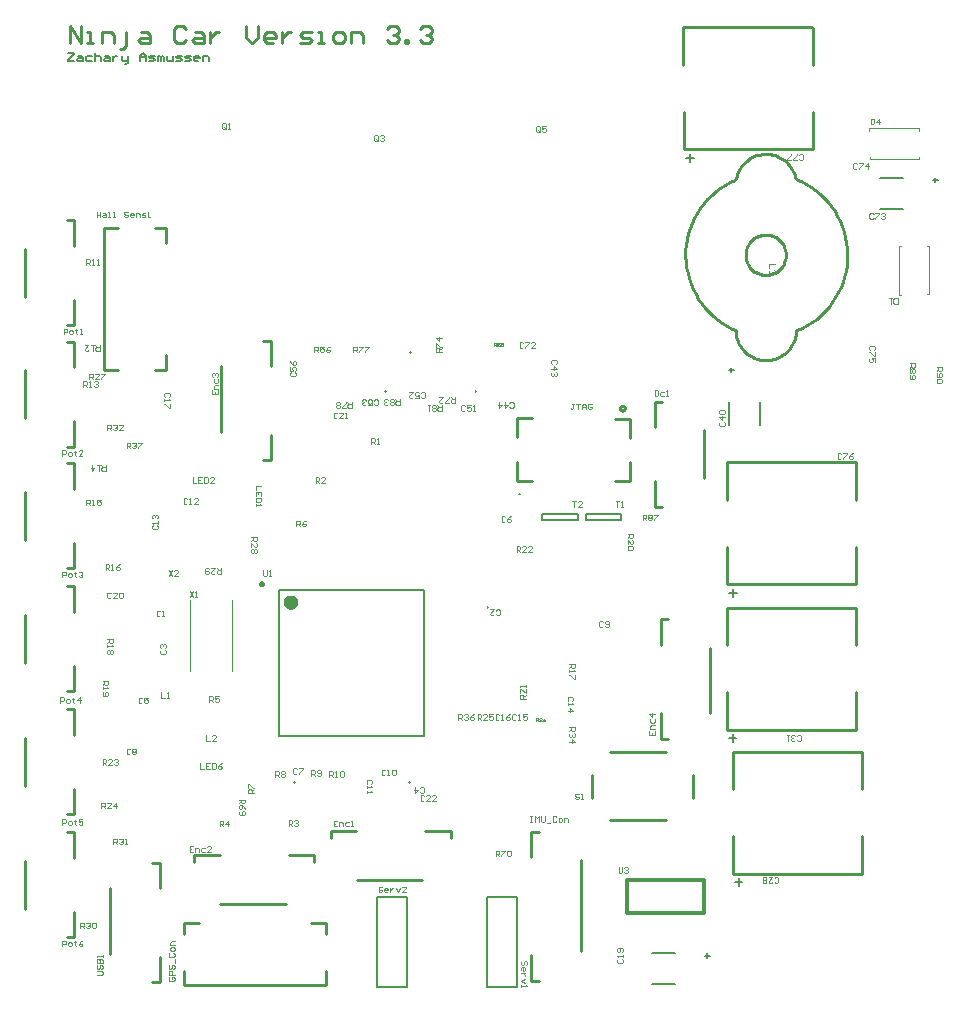
<source format=gto>
%FSTAX23Y23*%
%MOIN*%
%SFA1B1*%

%IPPOS*%
%ADD35C,0.011810*%
%ADD36C,0.009840*%
%ADD69C,0.007870*%
%ADD76C,0.010000*%
%ADD77C,0.023620*%
%ADD78C,0.005910*%
%ADD79C,0.003940*%
%ADD80C,0.001180*%
%ADD81C,0.005000*%
%LNninja_ecu_pcb-1*%
%LPD*%
G54D35*
X02284Y00255D02*
Y00367D01*
X02028Y00255D02*
X02284D01*
X02028D02*
Y00367D01*
X02284*
G54D36*
X00815Y01353D02*
D01*
X00815Y01354*
X00815Y01354*
X00815Y01354*
X00815Y01355*
X00815Y01355*
X00815Y01355*
X00815Y01356*
X00814Y01356*
X00814Y01356*
X00814Y01356*
X00814Y01357*
X00814Y01357*
X00813Y01357*
X00813Y01357*
X00813Y01358*
X00812Y01358*
X00812Y01358*
X00812Y01358*
X00811Y01358*
X00811Y01358*
X00811Y01358*
X0081Y01358*
X0081*
X0081Y01358*
X00809Y01358*
X00809Y01358*
X00809Y01358*
X00808Y01358*
X00808Y01358*
X00808Y01358*
X00808Y01357*
X00807Y01357*
X00807Y01357*
X00807Y01357*
X00807Y01356*
X00806Y01356*
X00806Y01356*
X00806Y01356*
X00806Y01355*
X00806Y01355*
X00806Y01355*
X00805Y01354*
X00805Y01354*
X00805Y01354*
X00805Y01353*
X00805Y01353*
X00805Y01353*
X00805Y01352*
X00806Y01352*
X00806Y01352*
X00806Y01351*
X00806Y01351*
X00806Y01351*
X00806Y0135*
X00807Y0135*
X00807Y0135*
X00807Y0135*
X00807Y01349*
X00808Y01349*
X00808Y01349*
X00808Y01349*
X00808Y01349*
X00809Y01349*
X00809Y01349*
X00809Y01348*
X0081Y01348*
X0081Y01348*
X0081*
X00811Y01348*
X00811Y01348*
X00811Y01349*
X00812Y01349*
X00812Y01349*
X00812Y01349*
X00813Y01349*
X00813Y01349*
X00813Y01349*
X00814Y0135*
X00814Y0135*
X00814Y0135*
X00814Y0135*
X00814Y01351*
X00815Y01351*
X00815Y01351*
X00815Y01352*
X00815Y01352*
X00815Y01352*
X00815Y01353*
X00815Y01353*
X00815Y01353*
G54D69*
X02368Y01881D02*
Y01959D01*
X02471Y01881D02*
Y01959D01*
X02871Y02706D02*
X02949D01*
X02871Y02603D02*
X02949D01*
X0156Y0001D02*
X0166D01*
X0156D02*
Y0031D01*
X0166*
Y0001D02*
Y0031D01*
X01196Y0001D02*
X01296D01*
X01196D02*
Y0031D01*
X01296*
Y0001D02*
Y0031D01*
X02111Y00018D02*
X02189D01*
X02111Y00121D02*
X02189D01*
X01891Y01565D02*
Y01585D01*
X02009Y01565D02*
Y01585D01*
X01891Y01565D02*
X02009D01*
X01891Y01585D02*
X02009D01*
X01746Y01565D02*
Y01585D01*
X01864Y01565D02*
Y01585D01*
X01746Y01565D02*
X01864D01*
X01746Y01585D02*
X01864D01*
X00867Y00847D02*
Y01332D01*
X01352Y00847D02*
Y01332D01*
X00867D02*
X01352D01*
X00867Y00847D02*
X01352D01*
G54D76*
X02595Y02199D02*
D01*
X02612Y02207*
X02629Y02216*
X02645Y02226*
X0266Y02237*
X02674Y0225*
X02688Y02263*
X027Y02277*
X02712Y02292*
X02722Y02308*
X02732Y02325*
X0274Y02342*
X02747Y02359*
X02752Y02377*
X02757Y02396*
X0276Y02415*
X02762Y02434*
X02762Y02452*
X02761Y02471*
X02759Y0249*
X02756Y02509*
X02751Y02527*
X02745Y02545*
X02738Y02563*
X02729Y0258*
X0272Y02596*
X02709Y02612*
X02697Y02627*
X02684Y0264*
X0267Y02654*
X02656Y02666*
X0264Y02677*
X02624Y02686*
X02607Y02695*
X02596Y027*
X02389D02*
D01*
X02372Y02692*
X02355Y02683*
X02339Y02673*
X02324Y02661*
X0231Y02649*
X02296Y02636*
X02284Y02621*
X02272Y02606*
X02262Y0259*
X02253Y02574*
X02245Y02556*
X02238Y02539*
X02232Y02521*
X02228Y02502*
X02225Y02483*
X02223Y02465*
X02223Y02446*
X02224Y02427*
X02226Y02408*
X0223Y02389*
X02235Y02371*
X02241Y02353*
X02248Y02335*
X02257Y02319*
X02266Y02302*
X02277Y02287*
X02289Y02272*
X02302Y02258*
X02316Y02245*
X02331Y02233*
X02346Y02222*
X02362Y02212*
X02379Y02204*
X0239Y02199*
X02391Y02198D02*
D01*
X02391Y02191*
X02392Y02184*
X02393Y02177*
X02394Y0217*
X02397Y02163*
X02399Y02157*
X02402Y02151*
X02406Y02145*
X0241Y02139*
X02414Y02133*
X02419Y02128*
X02424Y02123*
X02429Y02119*
X02435Y02115*
X02441Y02111*
X02447Y02108*
X02453Y02105*
X0246Y02103*
X02466Y02101*
X02473Y02099*
X0248Y02098*
X02487Y02098*
X02494*
X02501Y02098*
X02508Y02099*
X02515Y02101*
X02521Y02103*
X02528Y02105*
X02534Y02108*
X02541Y02111*
X02546Y02115*
X02552Y02119*
X02557Y02123*
X02562Y02128*
X02567Y02133*
X02571Y02139*
X02575Y02145*
X02579Y02151*
X02582Y02157*
X02585Y02163*
X02587Y0217*
X02588Y02177*
X0259Y02184*
X0259Y02191*
X02591Y02198*
X0259Y02702D02*
D01*
X02588Y02708*
X02587Y02715*
X02584Y02722*
X02582Y02728*
X02578Y02734*
X02575Y0274*
X02571Y02746*
X02566Y02752*
X02562Y02757*
X02557Y02761*
X02551Y02766*
X02545Y0277*
X02539Y02773*
X02533Y02777*
X02527Y02779*
X0252Y02782*
X02513Y02783*
X02507Y02785*
X025Y02786*
X02493Y02786*
X02486Y02786*
X02479Y02785*
X02472Y02784*
X02465Y02783*
X02458Y02781*
X02452Y02778*
X02446Y02775*
X02439Y02772*
X02434Y02768*
X02428Y02764*
X02423Y02759*
X02418Y02754*
X02413Y02749*
X02409Y02743*
X02405Y02738*
X02402Y02732*
X02399Y02725*
X02396Y02719*
X02394Y02712*
X02393Y02705*
X02392Y02702*
X02557Y0245D02*
D01*
X02557Y02454*
X02557Y02459*
X02556Y02464*
X02555Y02468*
X02553Y02473*
X02552Y02477*
X0255Y02481*
X02547Y02485*
X02545Y02489*
X02542Y02493*
X02539Y02496*
X02535Y02499*
X02532Y02502*
X02528Y02505*
X02524Y02508*
X0252Y0251*
X02516Y02512*
X02511Y02513*
X02507Y02515*
X02502Y02516*
X02498Y02516*
X02493Y02517*
X02488*
X02484Y02516*
X02479Y02516*
X02474Y02515*
X0247Y02513*
X02465Y02512*
X02461Y0251*
X02457Y02508*
X02453Y02505*
X02449Y02502*
X02446Y02499*
X02442Y02496*
X02439Y02493*
X02436Y02489*
X02434Y02485*
X02431Y02481*
X02429Y02477*
X02428Y02473*
X02426Y02468*
X02425Y02464*
X02424Y02459*
X02424Y02454*
X02424Y0245*
X02424Y02445*
X02424Y0244*
X02425Y02436*
X02426Y02431*
X02428Y02427*
X02429Y02422*
X02431Y02418*
X02434Y02414*
X02436Y0241*
X02439Y02407*
X02442Y02403*
X02446Y024*
X02449Y02397*
X02453Y02394*
X02457Y02392*
X02461Y0239*
X02465Y02388*
X0247Y02386*
X02474Y02385*
X02479Y02384*
X02484Y02383*
X02488Y02383*
X02493*
X02498Y02383*
X02502Y02384*
X02507Y02385*
X02511Y02386*
X02516Y02388*
X0252Y0239*
X02524Y02392*
X02528Y02394*
X02532Y02397*
X02535Y024*
X02539Y02403*
X02542Y02407*
X02545Y0241*
X02547Y02414*
X0255Y02418*
X02552Y02422*
X02553Y02427*
X02555Y02431*
X02556Y02436*
X02557Y0244*
X02557Y02445*
X02557Y0245*
X02021Y01939D02*
D01*
X02021Y01939*
X02021Y0194*
X02021Y0194*
X0202Y01941*
X0202Y01941*
X0202Y01942*
X0202Y01942*
X02019Y01943*
X02019Y01943*
X02019Y01944*
X02018Y01944*
X02018Y01945*
X02018Y01945*
X02017Y01945*
X02017Y01946*
X02016Y01946*
X02016Y01946*
X02015Y01946*
X02014Y01947*
X02014Y01947*
X02013Y01947*
X02013Y01947*
X02012*
X02012Y01947*
X02011Y01947*
X02011Y01947*
X0201Y01946*
X02009Y01946*
X02009Y01946*
X02008Y01946*
X02008Y01945*
X02007Y01945*
X02007Y01945*
X02007Y01944*
X02006Y01944*
X02006Y01943*
X02006Y01943*
X02005Y01942*
X02005Y01942*
X02005Y01941*
X02005Y01941*
X02004Y0194*
X02004Y0194*
X02004Y01939*
X02004Y01939*
X02004Y01938*
X02004Y01937*
X02004Y01937*
X02005Y01936*
X02005Y01936*
X02005Y01935*
X02005Y01935*
X02006Y01934*
X02006Y01934*
X02006Y01933*
X02007Y01933*
X02007Y01932*
X02007Y01932*
X02008Y01932*
X02008Y01931*
X02009Y01931*
X02009Y01931*
X0201Y01931*
X02011Y0193*
X02011Y0193*
X02012Y0193*
X02012Y0193*
X02013*
X02013Y0193*
X02014Y0193*
X02014Y0193*
X02015Y01931*
X02016Y01931*
X02016Y01931*
X02017Y01931*
X02017Y01932*
X02018Y01932*
X02018Y01932*
X02018Y01933*
X02019Y01933*
X02019Y01934*
X02019Y01934*
X0202Y01935*
X0202Y01935*
X0202Y01936*
X0202Y01936*
X02021Y01937*
X02021Y01937*
X02021Y01938*
X02021Y01939*
X02792Y01352D02*
Y01476D01*
Y01633D02*
Y01757D01*
X02363Y01352D02*
X02792D01*
X02362D02*
Y01476D01*
X02361Y01759D02*
X0279D01*
X02361Y01633D02*
Y01757D01*
X0238Y00668D02*
Y00792D01*
X0238Y00794D02*
X02809D01*
X02381Y00387D02*
Y00511D01*
X02382Y00387D02*
X02811D01*
Y00668D02*
Y00792D01*
Y00387D02*
Y00511D01*
X0236Y01148D02*
Y01272D01*
X0236Y01274D02*
X02789D01*
X02361Y00867D02*
Y00991D01*
X02362Y00867D02*
X02791D01*
Y01148D02*
Y01272D01*
Y00867D02*
Y00991D01*
X02647Y02802D02*
Y02926D01*
Y03083D02*
Y03207D01*
X02218Y02802D02*
X02647D01*
X02217D02*
Y02926D01*
X02216Y03209D02*
X02645D01*
X02216Y03083D02*
Y03207D01*
X00586Y0045D02*
X00671D01*
X00586Y00425D02*
Y0045D01*
X009D02*
X00985D01*
Y00425D02*
Y0045D01*
X00672Y00285D02*
X0089D01*
X01874Y00128D02*
Y00432D01*
X01709Y00527D02*
X01734D01*
X01709Y00442D02*
Y00527D01*
Y0003D02*
X01734D01*
X01709D02*
Y00115D01*
X0055Y00016D02*
X01025D01*
Y00061*
Y00186D02*
Y00221D01*
X0055Y00186D02*
Y00221D01*
Y00016D02*
Y00061D01*
X00975Y00221D02*
X01025D01*
X00551D02*
X006D01*
X00285Y02065D02*
Y0254D01*
Y02065D02*
X0033D01*
X00455D02*
X0049D01*
X00455Y0254D02*
X0049D01*
X00285D02*
X0033D01*
X0049Y02065D02*
Y02115D01*
Y0249D02*
Y02538D01*
X0047Y00339D02*
Y00424D01*
X00445D02*
X0047D01*
Y00025D02*
Y0011D01*
X00445Y00025D02*
X0047D01*
X00305Y0012D02*
Y00338D01*
X0214Y00836D02*
Y00921D01*
Y00836D02*
X02165D01*
X0214Y0115D02*
Y01235D01*
X02165*
X02305Y00922D02*
Y0114D01*
X01041Y0053D02*
X01126D01*
X01041Y00505D02*
Y0053D01*
X01355D02*
X0144D01*
Y00505D02*
Y0053D01*
X01127Y00365D02*
X01345D01*
X0084Y02079D02*
Y02164D01*
X00815D02*
X0084D01*
Y01765D02*
Y0185D01*
X00815Y01765D02*
X0084D01*
X00675Y0186D02*
Y02078D01*
X0212Y01875D02*
Y0196D01*
X02145*
X02285Y01705D02*
Y01865D01*
X0212Y0161D02*
X02145D01*
X0212D02*
Y01695D01*
X00185Y00175D02*
Y0026D01*
X0016Y00175D02*
X00185D01*
X0002Y0027D02*
Y0043D01*
X0016Y00525D02*
X00185D01*
Y0044D02*
Y00525D01*
Y00585D02*
Y0067D01*
X0016Y00585D02*
X00185D01*
X0002Y0068D02*
Y0084D01*
X0016Y00935D02*
X00185D01*
Y0085D02*
Y00935D01*
Y00995D02*
Y0108D01*
X0016Y00995D02*
X00185D01*
X0002Y0109D02*
Y0125D01*
X0016Y01345D02*
X00185D01*
Y0126D02*
Y01345D01*
Y01405D02*
Y0149D01*
X0016Y01405D02*
X00185D01*
X0002Y015D02*
Y0166D01*
X0016Y01755D02*
X00185D01*
Y0167D02*
Y01755D01*
Y0181D02*
Y01895D01*
X0016Y0181D02*
X00185D01*
X0002Y01905D02*
Y02065D01*
X0016Y0216D02*
X00185D01*
Y02075D02*
Y0216D01*
Y02215D02*
Y023D01*
X0016Y02215D02*
X00185D01*
X0002Y0231D02*
Y0247D01*
X0016Y02565D02*
X00185D01*
Y0248D02*
Y02565D01*
X01989Y01903D02*
X02039D01*
Y01839D02*
Y01903D01*
Y01695D02*
Y01759D01*
X01989Y01695D02*
X02039D01*
X01663Y01841D02*
Y01905D01*
X01713*
X01663Y01695D02*
Y01759D01*
Y01695D02*
X01713D01*
X01911Y0064D02*
Y00715D01*
X0197Y00565D02*
X02157D01*
X02249Y0064D02*
Y00716D01*
X0197Y00791D02*
X02157D01*
X0017Y03155D02*
Y03214D01*
X00209Y03155*
Y03214*
X00229Y03155D02*
X00249D01*
X00239*
Y03194*
X00229*
X00279Y03155D02*
Y03194D01*
X00309*
X00319Y03184*
Y03155*
X00339Y03135D02*
X00349D01*
X00359Y03145*
Y03194*
X00409D02*
X00429D01*
X00439Y03184*
Y03155*
X00409*
X00399Y03165*
X00409Y03174*
X00439*
X00559Y03204D02*
X00549Y03214D01*
X00529*
X00519Y03204*
Y03165*
X00529Y03155*
X00549*
X00559Y03165*
X00589Y03194D02*
X00609D01*
X00619Y03184*
Y03155*
X00589*
X00579Y03165*
X00589Y03174*
X00619*
X00639Y03194D02*
Y03155D01*
Y03174*
X00649Y03184*
X00659Y03194*
X00669*
X00759Y03214D02*
Y03174D01*
X00779Y03155*
X00799Y03174*
Y03214*
X00849Y03155D02*
X00829D01*
X00819Y03165*
Y03184*
X00829Y03194*
X00849*
X00859Y03184*
Y03174*
X00819*
X00879Y03194D02*
Y03155D01*
Y03174*
X00889Y03184*
X00899Y03194*
X00909*
X00939Y03155D02*
X00969D01*
X00979Y03165*
X00969Y03174*
X00949*
X00939Y03184*
X00949Y03194*
X00979*
X00999Y03155D02*
X01019D01*
X01009*
Y03194*
X00999*
X01059Y03155D02*
X01079D01*
X01089Y03165*
Y03184*
X01079Y03194*
X01059*
X01049Y03184*
Y03165*
X01059Y03155*
X01109D02*
Y03194D01*
X01139*
X01149Y03184*
Y03155*
X01229Y03204D02*
X01239Y03214D01*
X01259*
X01269Y03204*
Y03194*
X01259Y03184*
X01249*
X01259*
X01269Y03174*
Y03165*
X01259Y03155*
X01239*
X01229Y03165*
X01289Y03155D02*
Y03165D01*
X01299*
Y03155*
X01289*
X01339Y03204D02*
X01349Y03214D01*
X01369*
X01379Y03204*
Y03194*
X01369Y03184*
X01359*
X01369*
X01379Y03174*
Y03165*
X01369Y03155*
X01349*
X01339Y03165*
G54D77*
X00919Y01292D02*
D01*
X00919Y01293*
X00918Y01294*
X00918Y01295*
X00918Y01296*
X00918Y01296*
X00918Y01297*
X00917Y01298*
X00917Y01299*
X00916Y01299*
X00916Y013*
X00915Y013*
X00915Y01301*
X00914Y01302*
X00913Y01302*
X00913Y01302*
X00912Y01303*
X00911Y01303*
X0091Y01303*
X0091Y01304*
X00909Y01304*
X00908Y01304*
X00907Y01304*
X00906*
X00906Y01304*
X00905Y01304*
X00904Y01304*
X00903Y01303*
X00902Y01303*
X00902Y01303*
X00901Y01302*
X009Y01302*
X00899Y01302*
X00899Y01301*
X00898Y013*
X00898Y013*
X00897Y01299*
X00897Y01299*
X00896Y01298*
X00896Y01297*
X00896Y01296*
X00895Y01296*
X00895Y01295*
X00895Y01294*
X00895Y01293*
X00895Y01292*
X00895Y01291*
X00895Y01291*
X00895Y0129*
X00895Y01289*
X00896Y01288*
X00896Y01287*
X00896Y01287*
X00897Y01286*
X00897Y01285*
X00898Y01285*
X00898Y01284*
X00899Y01283*
X00899Y01283*
X009Y01282*
X00901Y01282*
X00902Y01282*
X00902Y01281*
X00903Y01281*
X00904Y01281*
X00905Y01281*
X00906Y01281*
X00906Y0128*
X00907*
X00908Y01281*
X00909Y01281*
X0091Y01281*
X0091Y01281*
X00911Y01281*
X00912Y01282*
X00913Y01282*
X00913Y01282*
X00914Y01283*
X00915Y01283*
X00915Y01284*
X00916Y01285*
X00916Y01285*
X00917Y01286*
X00917Y01287*
X00918Y01287*
X00918Y01288*
X00918Y01289*
X00918Y0129*
X00918Y01291*
X00919Y01291*
X00919Y01292*
G54D78*
X02368Y02066D02*
X02384D01*
X02376Y02058D02*
Y02074D01*
X02382Y0131D02*
Y01336D01*
X02369Y01323D02*
X02395D01*
X02387Y00358D02*
X02413D01*
X024Y00345D02*
Y00371D01*
X02367Y00838D02*
X02393D01*
X0238Y00825D02*
Y00851D01*
X02237Y0276D02*
Y02786D01*
X02224Y02773D02*
X0225D01*
X03056Y02691D02*
Y02707D01*
X03048Y02699D02*
X03064D01*
X02288Y00114D02*
X02304D01*
X02296Y00106D02*
Y00122D01*
G54D79*
X03036Y02319D02*
Y0248D01*
X03029D02*
X03036D01*
X02934Y02315D02*
X02941D01*
X02934D02*
Y0248D01*
X02941*
X03029Y02319D02*
X03036D01*
X00711Y01061D02*
Y01298D01*
X00573Y01062D02*
Y01298D01*
X02839Y02769D02*
X03D01*
Y02776*
X02835Y02864D02*
Y02871D01*
X03*
Y02864D02*
Y02871D01*
X02839Y02769D02*
Y02776D01*
X0252Y02418D02*
X02501D01*
Y02405*
X02517Y02398D02*
X0252Y02395D01*
Y02388*
X02517Y02385*
X02514*
X0251Y02388*
Y02391*
Y02388*
X02507Y02385*
X02504*
X02501Y02388*
Y02395*
X02504Y02398*
X02338Y01893D02*
X02335Y01889D01*
Y01883*
X02338Y0188*
X02351*
X02355Y01883*
Y01889*
X02351Y01893*
X02355Y01909D02*
X02335D01*
X02345Y01899*
Y01912*
X02338Y01919D02*
X02335Y01922D01*
Y01929*
X02338Y01932*
X02351*
X02355Y01929*
Y01922*
X02351Y01919*
X02338*
X0306Y02075D02*
X03079D01*
Y02065*
X03076Y02061*
X03069*
X03066Y02065*
Y02075*
Y02068D02*
X0306Y02061D01*
X03063Y02055D02*
X0306Y02052D01*
Y02045*
X03063Y02042*
X03076*
X03079Y02045*
Y02052*
X03076Y02055*
X03073*
X03069Y02052*
Y02042*
X03076Y02035D02*
X03079Y02032D01*
Y02025*
X03076Y02022*
X03063*
X0306Y02025*
Y02032*
X03063Y02035*
X03076*
X0297Y02088D02*
X02989D01*
Y02078*
X02986Y02074*
X02979*
X02976Y02078*
Y02088*
Y02081D02*
X0297Y02074D01*
X02986Y02068D02*
X02989Y02065D01*
Y02058*
X02986Y02055*
X02983*
X02979Y02058*
X02976Y02055*
X02973*
X0297Y02058*
Y02065*
X02973Y02068*
X02976*
X02979Y02065*
X02983Y02068*
X02986*
X02979Y02065D02*
Y02058D01*
X02973Y02048D02*
X0297Y02045D01*
Y02038*
X02973Y02035*
X02986*
X02989Y02038*
Y02045*
X02986Y02048*
X02983*
X02979Y02045*
Y02035*
X0284Y02904D02*
Y02885D01*
X02849*
X02853Y02888*
Y02901*
X02849Y02904*
X0284*
X02869Y02885D02*
Y02904D01*
X02859Y02894*
X02872*
X02601Y02768D02*
X02605Y02765D01*
X02611*
X02615Y02768*
Y02781*
X02611Y02785*
X02605*
X02601Y02781*
X02595Y02765D02*
X02582D01*
Y02768*
X02595Y02781*
Y02785*
X02575Y02765D02*
X02562D01*
Y02768*
X02575Y02781*
Y02785*
X02743Y01786D02*
X02739Y01789D01*
X02733*
X0273Y01786*
Y01773*
X02733Y0177*
X02739*
X02743Y01773*
X02749Y01789D02*
X02762D01*
Y01786*
X02749Y01773*
Y0177*
X02782Y01789D02*
X02775Y01786D01*
X02769Y01779*
Y01773*
X02772Y0177*
X02779*
X02782Y01773*
Y01776*
X02779Y01779*
X02769*
X02851Y02131D02*
X02854Y02135D01*
Y02141*
X02851Y02145*
X02838*
X02835Y02141*
Y02135*
X02838Y02131*
X02854Y02125D02*
Y02112D01*
X02851*
X02838Y02125*
X02835*
X02854Y02092D02*
Y02105D01*
X02844*
X02848Y02099*
Y02095*
X02844Y02092*
X02838*
X02835Y02095*
Y02102*
X02838Y02105*
X02795Y02752D02*
X02791Y02755D01*
X02785*
X02782Y02752*
Y02739*
X02785Y02736*
X02791*
X02795Y02739*
X02801Y02755D02*
X02814D01*
Y02752*
X02801Y02739*
Y02736*
X02831D02*
Y02755D01*
X02821Y02745*
X02834*
X0285Y02586D02*
X02846Y02589D01*
X0284*
X02836Y02586*
Y02573*
X0284Y0257*
X02846*
X0285Y02573*
X02856Y02589D02*
X02869D01*
Y02586*
X02856Y02573*
Y0257*
X02876Y02586D02*
X02879Y02589D01*
X02886*
X02889Y02586*
Y02583*
X02886Y02579*
X02882*
X02886*
X02889Y02576*
Y02573*
X02886Y0257*
X02879*
X02876Y02573*
X00583Y00479D02*
X0057D01*
Y0046*
X00583*
X0057Y00469D02*
X00576D01*
X00589Y0046D02*
Y00473D01*
X00599*
X00602Y00469*
Y0046*
X00622Y00473D02*
X00612D01*
X00609Y00469*
Y00463*
X00612Y0046*
X00622*
X00642D02*
X00629D01*
X00642Y00473*
Y00476*
X00638Y00479*
X00632*
X00629Y00476*
X00473Y01261D02*
X00469Y01264D01*
X00463*
X0046Y01261*
Y01248*
X00463Y01245*
X00469*
X00473Y01248*
X00479Y01245D02*
X00486D01*
X00482*
Y01264*
X00479Y01261*
X01591Y01251D02*
X01595Y01248D01*
X01601*
X01605Y01251*
Y01264*
X01601Y01268*
X01595*
X01591Y01264*
X01572Y01268D02*
X01585D01*
X01572Y01254*
Y01251*
X01575Y01248*
X01582*
X01585Y01251*
X00474Y01133D02*
X00471Y0113D01*
Y01123*
X00474Y0112*
X00487*
X00491Y01123*
Y0113*
X00487Y01133*
X00474Y0114D02*
X00471Y01143D01*
Y01149*
X00474Y01153*
X00478*
X00481Y01149*
Y01146*
Y01149*
X00484Y01153*
X00487*
X00491Y01149*
Y01143*
X00487Y0114*
X01338Y00658D02*
X01342Y00655D01*
X01348*
X01351Y00658*
Y00671*
X01348Y00675*
X01342*
X01338Y00671*
X01322Y00675D02*
Y00655D01*
X01332Y00665*
X01319*
X00413Y00971D02*
X00409Y00974D01*
X00403*
X004Y00971*
Y00958*
X00403Y00955*
X00409*
X00413Y00958*
X00432Y00974D02*
X00419D01*
Y00964*
X00426Y00968*
X00429*
X00432Y00964*
Y00958*
X00429Y00955*
X00422*
X00419Y00958*
X01623Y01576D02*
X01619Y01579D01*
X01613*
X0161Y01576*
Y01563*
X01613Y0156*
X01619*
X01623Y01563*
X01642Y01579D02*
X01636Y01576D01*
X01629Y01569*
Y01563*
X01632Y0156*
X01639*
X01642Y01563*
Y01566*
X01639Y01569*
X01629*
X00928Y00736D02*
X00924Y00739D01*
X00918*
X00915Y00736*
Y00723*
X00918Y0072*
X00924*
X00928Y00723*
X00934Y00739D02*
X00947D01*
Y00736*
X00934Y00723*
Y0072*
X00373Y00801D02*
X00369Y00804D01*
X00363*
X0036Y00801*
Y00788*
X00363Y00785*
X00369*
X00373Y00788*
X00379Y00801D02*
X00382Y00804D01*
X00389*
X00392Y00801*
Y00798*
X00389Y00794*
X00392Y00791*
Y00788*
X00389Y00785*
X00382*
X00379Y00788*
Y00791*
X00382Y00794*
X00379Y00798*
Y00801*
X00382Y00794D02*
X00389D01*
X01948Y01226D02*
X01944Y01229D01*
X01938*
X01935Y01226*
Y01213*
X01938Y0121*
X01944*
X01948Y01213*
X01954D02*
X01957Y0121D01*
X01964*
X01967Y01213*
Y01226*
X01964Y01229*
X01957*
X01954Y01226*
Y01223*
X01957Y01219*
X01967*
X01223Y00731D02*
X01219Y00734D01*
X01213*
X0121Y00731*
Y00718*
X01213Y00715*
X01219*
X01223Y00718*
X01229Y00715D02*
X01236D01*
X01232*
Y00734*
X01229Y00731*
X01246D02*
X01249Y00734D01*
X01255*
X01259Y00731*
Y00718*
X01255Y00715*
X01249*
X01246Y00718*
Y00731*
X01176Y00686D02*
X01179Y0069D01*
Y00696*
X01176Y007*
X01163*
X0116Y00696*
Y0069*
X01163Y00686*
X0116Y0068D02*
Y00673D01*
Y00677*
X01179*
X01176Y0068*
X0116Y00663D02*
Y00657D01*
Y0066*
X01179*
X01176Y00663*
X00563Y01636D02*
X00559Y01639D01*
X00553*
X0055Y01636*
Y01623*
X00553Y0162*
X00559*
X00563Y01623*
X00569Y0162D02*
X00576D01*
X00572*
Y01639*
X00569Y01636*
X00599Y0162D02*
X00586D01*
X00599Y01633*
Y01636*
X00595Y01639*
X00589*
X00586Y01636*
X00448Y01548D02*
X00445Y01544D01*
Y01538*
X00448Y01535*
X00461*
X00465Y01538*
Y01544*
X00461Y01548*
X00465Y01554D02*
Y01561D01*
Y01557*
X00445*
X00448Y01554*
Y01571D02*
X00445Y01574D01*
Y0158*
X00448Y01584*
X00451*
X00455Y0158*
Y01577*
Y0158*
X00458Y01584*
X00461*
X00465Y0158*
Y01574*
X00461Y01571*
X01846Y00961D02*
X01849Y00965D01*
Y00971*
X01846Y00975*
X01833*
X0183Y00971*
Y00965*
X01833Y00961*
X0183Y00955D02*
Y00948D01*
Y00952*
X01849*
X01846Y00955*
X0183Y00929D02*
X01849D01*
X01839Y00938*
Y00925*
X01658Y00916D02*
X01654Y00919D01*
X01648*
X01645Y00916*
Y00903*
X01648Y009*
X01654*
X01658Y00903*
X01664Y009D02*
X01671D01*
X01667*
Y00919*
X01664Y00916*
X01694Y00919D02*
X01681D01*
Y00909*
X01687Y00913*
X0169*
X01694Y00909*
Y00903*
X0169Y009*
X01684*
X01681Y00903*
X01603Y00916D02*
X01599Y00919D01*
X01593*
X0159Y00916*
Y00903*
X01593Y009*
X01599*
X01603Y00903*
X01609Y009D02*
X01616D01*
X01612*
Y00919*
X01609Y00916*
X01639Y00919D02*
X01632Y00916D01*
X01626Y00909*
Y00903*
X01629Y009*
X01635*
X01639Y00903*
Y00906*
X01635Y00909*
X01626*
X00501Y01976D02*
X00504Y0198D01*
Y01986*
X00501Y0199*
X00488*
X00485Y01986*
Y0198*
X00488Y01976*
X00485Y0197D02*
Y01963D01*
Y01967*
X00504*
X00501Y0197*
X00504Y01953D02*
Y0194D01*
X00501*
X00488Y01953*
X00485*
X01998Y00103D02*
X01995Y00099D01*
Y00093*
X01998Y0009*
X02011*
X02015Y00093*
Y00099*
X02011Y00103*
X02015Y00109D02*
Y00116D01*
Y00112*
X01995*
X01998Y00109*
X02011Y00126D02*
X02015Y00129D01*
Y00135*
X02011Y00139*
X01998*
X01995Y00135*
Y00129*
X01998Y00126*
X02001*
X02005Y00129*
Y00139*
X00308Y01321D02*
X00304Y01324D01*
X00298*
X00295Y01321*
Y01308*
X00298Y01305*
X00304*
X00308Y01308*
X00327Y01305D02*
X00314D01*
X00327Y01318*
Y01321*
X00324Y01324*
X00317*
X00314Y01321*
X00334D02*
X00337Y01324D01*
X00344*
X00347Y01321*
Y01308*
X00344Y01305*
X00337*
X00334Y01308*
Y01321*
X01063Y01921D02*
X01059Y01924D01*
X01053*
X0105Y01921*
Y01908*
X01053Y01905*
X01059*
X01063Y01908*
X01082Y01905D02*
X01069D01*
X01082Y01918*
Y01921*
X01079Y01924*
X01072*
X01069Y01921*
X01089Y01905D02*
X01095D01*
X01092*
Y01924*
X01089Y01921*
X01353Y00646D02*
X01349Y00649D01*
X01343*
X0134Y00646*
Y00633*
X01343Y0063*
X01349*
X01353Y00633*
X01372Y0063D02*
X01359D01*
X01372Y00643*
Y00646*
X01369Y00649*
X01362*
X01359Y00646*
X01392Y0063D02*
X01379D01*
X01392Y00643*
Y00646*
X01389Y00649*
X01382*
X01379Y00646*
X0252Y00358D02*
X02523Y00355D01*
X02529*
X02533Y00358*
Y00371*
X02529Y00375*
X02523*
X0252Y00371*
X025Y00375D02*
X02513D01*
X025Y00361*
Y00358*
X02503Y00355*
X0251*
X02513Y00358*
X02493D02*
X0249Y00355D01*
X02483*
X0248Y00358*
Y00361*
X02483Y00365*
X0248Y00368*
Y00371*
X02483Y00375*
X0249*
X02493Y00371*
Y00368*
X0249Y00365*
X02493Y00361*
Y00358*
X0249Y00365D02*
X02483D01*
X02595Y00833D02*
X02598Y0083D01*
X02604*
X02608Y00833*
Y00846*
X02604Y0085*
X02598*
X02595Y00846*
X02588Y00833D02*
X02585Y0083D01*
X02578*
X02575Y00833*
Y00836*
X02578Y0084*
X02581*
X02578*
X02575Y00843*
Y00846*
X02578Y0085*
X02585*
X02588Y00846*
X02568Y0085D02*
X02562D01*
X02565*
Y0083*
X02568Y00833*
X01791Y02086D02*
X01794Y0209D01*
Y02096*
X01791Y021*
X01778*
X01775Y02096*
Y0209*
X01778Y02086*
X01775Y0207D02*
X01794D01*
X01784Y0208*
Y02067*
X01791Y0206D02*
X01794Y02057D01*
Y0205*
X01791Y02047*
X01788*
X01784Y0205*
Y02054*
Y0205*
X01781Y02047*
X01778*
X01775Y0205*
Y02057*
X01778Y0206*
X01636Y01943D02*
X0164Y0194D01*
X01646*
X0165Y01943*
Y01956*
X01646Y0196*
X0164*
X01636Y01956*
X0162Y0196D02*
Y0194D01*
X0163Y0195*
X01617*
X016Y0196D02*
Y0194D01*
X0161Y0195*
X01597*
X01488Y01946D02*
X01484Y01949D01*
X01478*
X01475Y01946*
Y01933*
X01478Y0193*
X01484*
X01488Y01933*
X01507Y01949D02*
X01494D01*
Y01939*
X01501Y01943*
X01504*
X01507Y01939*
Y01933*
X01504Y0193*
X01497*
X01494Y01933*
X01514Y0193D02*
X0152D01*
X01517*
Y01949*
X01514Y01946*
X0134Y01976D02*
X01344Y01973D01*
X0135*
X01354Y01976*
Y01989*
X0135Y01993*
X01344*
X0134Y01989*
X01321Y01973D02*
X01334D01*
Y01983*
X01327Y01979*
X01324*
X01321Y01983*
Y01989*
X01324Y01993*
X01331*
X01334Y01989*
X01301Y01993D02*
X01314D01*
X01301Y01979*
Y01976*
X01304Y01973*
X01311*
X01314Y01976*
X01184Y01951D02*
X01187Y01948D01*
X01194*
X01197Y01951*
Y01964*
X01194Y01968*
X01187*
X01184Y01964*
X01164Y01948D02*
X01177D01*
Y01958*
X01171Y01954*
X01167*
X01164Y01958*
Y01964*
X01167Y01968*
X01174*
X01177Y01964*
X01157Y01951D02*
X01154Y01948D01*
X01148*
X01144Y01951*
Y01954*
X01148Y01958*
X01151*
X01148*
X01144Y01961*
Y01964*
X01148Y01968*
X01154*
X01157Y01964*
X00908Y02058D02*
X00905Y02054D01*
Y02048*
X00908Y02045*
X00921*
X00925Y02048*
Y02054*
X00921Y02058*
X00905Y02077D02*
Y02064D01*
X00915*
X00911Y02071*
Y02074*
X00915Y02077*
X00921*
X00925Y02074*
Y02067*
X00921Y02064*
X00905Y02097D02*
X00908Y0209D01*
X00915Y02084*
X00921*
X00925Y02087*
Y02094*
X00921Y02097*
X00918*
X00915Y02094*
Y02084*
X0293Y02285D02*
Y02305D01*
X0292*
X02916Y02301*
Y02288*
X0292Y02285*
X0293*
X0291Y02305D02*
X02903D01*
X02907*
Y02285*
X0291Y02288*
X00645Y01998D02*
Y01985D01*
X00665*
Y01998*
X00655Y01985D02*
Y01991D01*
X00665Y02004D02*
X00651D01*
Y02014*
X00655Y02017*
X00665*
X00651Y02037D02*
Y02027D01*
X00655Y02024*
X00661*
X00665Y02027*
Y02037*
X00648Y02044D02*
X00645Y02047D01*
Y02053*
X00648Y02057*
X00651*
X00655Y02053*
Y0205*
Y02053*
X00658Y02057*
X00661*
X00665Y02053*
Y02047*
X00661Y02044*
X01063Y00564D02*
X0105D01*
Y00545*
X01063*
X0105Y00554D02*
X01056D01*
X01069Y00545D02*
Y00558D01*
X01079*
X01082Y00554*
Y00545*
X01102Y00558D02*
X01092D01*
X01089Y00554*
Y00548*
X01092Y00545*
X01102*
X01109D02*
X01115D01*
X01112*
Y00564*
X01109Y00561*
X01853Y01954D02*
X01846D01*
X01849*
Y01938*
X01846Y01935*
X01843*
X0184Y01938*
X01859Y01954D02*
X01872D01*
X01866*
Y01935*
X01879D02*
Y01948D01*
X01885Y01954*
X01892Y01948*
Y01935*
Y01944*
X01879*
X01912Y01951D02*
X01908Y01954D01*
X01902*
X01899Y01951*
Y01938*
X01902Y01935*
X01908*
X01912Y01938*
Y01944*
X01905*
X01691Y00081D02*
X01694Y00085D01*
Y00091*
X01691Y00095*
X01688*
X01684Y00091*
Y00085*
X01681Y00081*
X01678*
X01675Y00085*
Y00091*
X01678Y00095*
X01675Y00065D02*
Y00072D01*
X01678Y00075*
X01684*
X01688Y00072*
Y00065*
X01684Y00062*
X01681*
Y00075*
X01688Y00055D02*
X01675D01*
X01681*
X01684Y00052*
X01688Y00049*
Y00045*
Y00035D02*
X01675Y00029D01*
X01688Y00022*
X01675Y00016D02*
Y00009D01*
Y00013*
X01694*
X01691Y00016*
X0015Y02185D02*
Y02204D01*
X00159*
X00163Y02201*
Y02194*
X00159Y02191*
X0015*
X00172Y02185D02*
X00179D01*
X00182Y02188*
Y02194*
X00179Y02198*
X00172*
X00169Y02194*
Y02188*
X00172Y02185*
X00192Y02201D02*
Y02198D01*
X00189*
X00195*
X00192*
Y02188*
X00195Y02185*
X00205D02*
X00212D01*
X00209*
Y02204*
X00205Y02201*
X00145Y0178D02*
Y01799D01*
X00154*
X00158Y01796*
Y01789*
X00154Y01786*
X00145*
X00167Y0178D02*
X00174D01*
X00177Y01783*
Y01789*
X00174Y01793*
X00167*
X00164Y01789*
Y01783*
X00167Y0178*
X00187Y01796D02*
Y01793D01*
X00184*
X0019*
X00187*
Y01783*
X0019Y0178*
X00213D02*
X002D01*
X00213Y01793*
Y01796*
X0021Y01799*
X00204*
X002Y01796*
X00145Y01375D02*
Y01394D01*
X00154*
X00158Y01391*
Y01384*
X00154Y01381*
X00145*
X00167Y01375D02*
X00174D01*
X00177Y01378*
Y01384*
X00174Y01388*
X00167*
X00164Y01384*
Y01378*
X00167Y01375*
X00187Y01391D02*
Y01388D01*
X00184*
X0019*
X00187*
Y01378*
X0019Y01375*
X002Y01391D02*
X00204Y01394D01*
X0021*
X00213Y01391*
Y01388*
X0021Y01384*
X00207*
X0021*
X00213Y01381*
Y01378*
X0021Y01375*
X00204*
X002Y01378*
X00138Y00956D02*
Y00975D01*
X00148*
X00151Y00972*
Y00966*
X00148Y00962*
X00138*
X00161Y00956D02*
X00168D01*
X00171Y00959*
Y00966*
X00168Y00969*
X00161*
X00158Y00966*
Y00959*
X00161Y00956*
X00181Y00972D02*
Y00969D01*
X00178*
X00184*
X00181*
Y00959*
X00184Y00956*
X00204D02*
Y00975D01*
X00194Y00966*
X00207*
X021Y00863D02*
Y0085D01*
X0212*
Y00863*
X0211Y0085D02*
Y00856D01*
X0212Y00869D02*
X02106D01*
Y00879*
X0211Y00882*
X0212*
X02106Y00902D02*
Y00892D01*
X0211Y00889*
X02116*
X0212Y00892*
Y00902*
Y00918D02*
X021D01*
X0211Y00909*
Y00922*
X00145Y0055D02*
Y00569D01*
X00154*
X00158Y00566*
Y00559*
X00154Y00556*
X00145*
X00167Y0055D02*
X00174D01*
X00177Y00553*
Y00559*
X00174Y00563*
X00167*
X00164Y00559*
Y00553*
X00167Y0055*
X00187Y00566D02*
Y00563D01*
X00184*
X0019*
X00187*
Y00553*
X0019Y0055*
X00213Y00569D02*
X002D01*
Y00559*
X00207Y00563*
X0021*
X00213Y00559*
Y00553*
X0021Y0055*
X00204*
X002Y00553*
X01213Y00341D02*
X01209Y00344D01*
X01203*
X012Y00341*
Y00338*
X01203Y00334*
X01209*
X01213Y00331*
Y00328*
X01209Y00325*
X01203*
X012Y00328*
X01229Y00325D02*
X01222D01*
X01219Y00328*
Y00334*
X01222Y00338*
X01229*
X01232Y00334*
Y00331*
X01219*
X01239Y00338D02*
Y00325D01*
Y00331*
X01242Y00334*
X01245Y00338*
X01249*
X01259D02*
X01265Y00325D01*
X01272Y00338*
X01291Y00325D02*
X01278D01*
X01291Y00338*
Y00341*
X01288Y00344*
X01281*
X01278Y00341*
X00145Y00145D02*
Y00164D01*
X00154*
X00158Y00161*
Y00154*
X00154Y00151*
X00145*
X00167Y00145D02*
X00174D01*
X00177Y00148*
Y00154*
X00174Y00158*
X00167*
X00164Y00154*
Y00148*
X00167Y00145*
X00187Y00161D02*
Y00158D01*
X00184*
X0019*
X00187*
Y00148*
X0019Y00145*
X00213Y00164D02*
X00207Y00161D01*
X002Y00154*
Y00148*
X00204Y00145*
X0021*
X00213Y00148*
Y00151*
X0021Y00154*
X002*
X02129Y01999D02*
X02123D01*
X0212Y01996*
Y01983*
X02123Y0198*
X02129*
X02133Y01983*
Y01996*
X02129Y01999*
X02152Y01993D02*
X02142D01*
X02139Y01989*
Y01983*
X02142Y0198*
X02152*
X02159D02*
X02165D01*
X02162*
Y01999*
X02159Y01996*
X0026Y02594D02*
Y02575D01*
Y02584*
X00273*
Y02594*
Y02575*
X00282Y02588D02*
X00289D01*
X00292Y02584*
Y02575*
X00282*
X00279Y02578*
X00282Y02581*
X00292*
X00299Y02575D02*
X00305D01*
X00302*
Y02594*
X00299*
X00315Y02575D02*
X00322D01*
X00319*
Y02594*
X00315*
X00364Y02591D02*
X00361Y02594D01*
X00355*
X00351Y02591*
Y02588*
X00355Y02584*
X00361*
X00364Y02581*
Y02578*
X00361Y02575*
X00355*
X00351Y02578*
X00381Y02575D02*
X00374D01*
X00371Y02578*
Y02584*
X00374Y02588*
X00381*
X00384Y02584*
Y02581*
X00371*
X00391Y02575D02*
Y02588D01*
X00401*
X00404Y02584*
Y02575*
X0041D02*
X0042D01*
X00423Y02578*
X0042Y02581*
X00414*
X0041Y02584*
X00414Y02588*
X00423*
X0043Y02575D02*
X00437D01*
X00433*
Y02594*
X0043Y02591*
X0026Y0005D02*
X00276D01*
X0028Y00053*
Y00059*
X00276Y00063*
X0026*
X00263Y00082D02*
X0026Y00079D01*
Y00072*
X00263Y00069*
X00266*
X0027Y00072*
Y00079*
X00273Y00082*
X00276*
X0028Y00079*
Y00072*
X00276Y00069*
X0026Y00089D02*
X0028D01*
Y00099*
X00276Y00102*
X00273*
X0027Y00099*
Y00089*
Y00099*
X00266Y00102*
X00263*
X0026Y00099*
Y00089*
X0028Y00109D02*
Y00115D01*
Y00112*
X0026*
X00263Y00109*
X00503Y00043D02*
X005Y00039D01*
Y00033*
X00503Y0003*
X00516*
X0052Y00033*
Y00039*
X00516Y00043*
X0051*
Y00036*
X0052Y00049D02*
X005D01*
Y00059*
X00503Y00062*
X0051*
X00513Y00059*
Y00049*
X00503Y00082D02*
X005Y00079D01*
Y00072*
X00503Y00069*
X00506*
X0051Y00072*
Y00079*
X00513Y00082*
X00516*
X0052Y00079*
Y00072*
X00516Y00069*
X00523Y00089D02*
Y00102D01*
X00503Y00121D02*
X005Y00118D01*
Y00111*
X00503Y00108*
X00516*
X0052Y00111*
Y00118*
X00516Y00121*
X0052Y00131D02*
Y00138D01*
X00516Y00141*
X0051*
X00506Y00138*
Y00131*
X0051Y00128*
X00516*
X0052Y00131*
Y00148D02*
X00506D01*
Y00157*
X0051Y00161*
X0052*
X01705Y00579D02*
X01711D01*
X01708*
Y0056*
X01705*
X01711*
X01721D02*
Y00579D01*
X01727Y00573*
X01734Y00579*
Y0056*
X01741Y00579D02*
Y00563D01*
X01744Y0056*
X0175*
X01754Y00563*
Y00579*
X0176Y00556D02*
X01773D01*
X01793Y00576D02*
X0179Y00579D01*
X01783*
X0178Y00576*
Y00563*
X01783Y0056*
X0179*
X01793Y00563*
X01803Y0056D02*
X01809D01*
X01813Y00563*
Y00569*
X01809Y00573*
X01803*
X018Y00569*
Y00563*
X01803Y0056*
X01819D02*
Y00573D01*
X01829*
X01832Y00569*
Y0056*
X00475Y00991D02*
Y00972D01*
X00488*
X00494D02*
X00501D01*
X00497*
Y00991*
X00494Y00988*
X00625Y00849D02*
Y0083D01*
X00638*
X00657D02*
X00644D01*
X00657Y00843*
Y00846*
X00654Y00849*
X00647*
X00644Y00846*
X00809Y0168D02*
X0079D01*
Y01666*
X00809Y01647D02*
Y0166D01*
X0079*
Y01647*
X00799Y0166D02*
Y01653D01*
X00809Y0164D02*
X0079D01*
Y0163*
X00793Y01627*
X00806*
X00809Y0163*
Y0164*
X0079Y0162D02*
Y01614D01*
Y01617*
X00809*
X00806Y0162*
X0058Y01709D02*
Y0169D01*
X00593*
X00612Y01709D02*
X00599D01*
Y0169*
X00612*
X00599Y01699D02*
X00606D01*
X00619Y01709D02*
Y0169D01*
X00629*
X00632Y01693*
Y01706*
X00629Y01709*
X00619*
X00652Y0169D02*
X00639D01*
X00652Y01703*
Y01706*
X00648Y01709*
X00642*
X00639Y01706*
X00605Y00756D02*
Y00737D01*
X00618*
X00637Y00756D02*
X00624D01*
Y00737*
X00637*
X00624Y00746D02*
X00631D01*
X00644Y00756D02*
Y00737D01*
X00654*
X00657Y0074*
Y00753*
X00654Y00756*
X00644*
X00677D02*
X0067Y00753D01*
X00664Y00746*
Y0074*
X00667Y00737*
X00673*
X00677Y0074*
Y00743*
X00673Y00746*
X00664*
X00691Y02872D02*
Y02885D01*
X00687Y02888*
X00681*
X00678Y02885*
Y02872*
X00681Y02869*
X00687*
X00684Y02875D02*
X00691Y02869D01*
X00687D02*
X00691Y02872D01*
X00697Y02869D02*
X00704D01*
X007*
Y02888*
X00697Y02885*
X01198Y02833D02*
Y02846D01*
X01194Y02849*
X01188*
X01185Y02846*
Y02833*
X01188Y0283*
X01194*
X01191Y02836D02*
X01198Y0283D01*
X01194D02*
X01198Y02833D01*
X01204Y02846D02*
X01207Y02849D01*
X01214*
X01217Y02846*
Y02843*
X01214Y02839*
X01211*
X01214*
X01217Y02836*
Y02833*
X01214Y0283*
X01207*
X01204Y02833*
X01738Y02863D02*
Y02876D01*
X01734Y02879*
X01728*
X01725Y02876*
Y02863*
X01728Y0286*
X01734*
X01731Y02866D02*
X01738Y0286D01*
X01734D02*
X01738Y02863D01*
X01757Y02879D02*
X01744D01*
Y02869*
X01751Y02873*
X01754*
X01757Y02869*
Y02863*
X01754Y0286*
X01747*
X01744Y02863*
X01175Y0182D02*
Y01839D01*
X01184*
X01188Y01836*
Y01829*
X01184Y01826*
X01175*
X01181D02*
X01188Y0182D01*
X01194D02*
X01201D01*
X01197*
Y01839*
X01194Y01836*
X0099Y0169D02*
Y01709D01*
X00999*
X01003Y01706*
Y01699*
X00999Y01696*
X0099*
X00996D02*
X01003Y0169D01*
X01022D02*
X01009D01*
X01022Y01703*
Y01706*
X01019Y01709*
X01012*
X01009Y01706*
X009Y00545D02*
Y00565D01*
X00909*
X00913Y00562*
Y00555*
X00909Y00552*
X009*
X00906D02*
X00913Y00545D01*
X00919Y00562D02*
X00922Y00565D01*
X00929*
X00932Y00562*
Y00558*
X00929Y00555*
X00926*
X00929*
X00932Y00552*
Y00548*
X00929Y00545*
X00922*
X00919Y00548*
X0067Y00545D02*
Y00564D01*
X00679*
X00683Y00561*
Y00554*
X00679Y00551*
X0067*
X00676D02*
X00683Y00545D01*
X00699D02*
Y00564D01*
X00689Y00554*
X00702*
X00635Y0096D02*
Y00979D01*
X00644*
X00648Y00976*
Y00969*
X00644Y00966*
X00635*
X00641D02*
X00648Y0096D01*
X00667Y00979D02*
X00654D01*
Y00969*
X00661Y00973*
X00664*
X00667Y00969*
Y00963*
X00664Y0096*
X00657*
X00654Y00963*
X00925Y01545D02*
Y01564D01*
X00934*
X00938Y01561*
Y01554*
X00934Y01551*
X00925*
X00931D02*
X00938Y01545D01*
X00957Y01564D02*
X00951Y01561D01*
X00944Y01554*
Y01548*
X00947Y01545*
X00954*
X00957Y01548*
Y01551*
X00954Y01554*
X00944*
X00784Y00655D02*
X00764D01*
Y00664*
X00767Y00668*
X00774*
X00777Y00664*
Y00655*
Y00661D02*
X00784Y00668D01*
X00764Y00674D02*
Y00687D01*
X00767*
X00781Y00674*
X00784*
X00855Y0071D02*
Y00729D01*
X00864*
X00868Y00726*
Y00719*
X00864Y00716*
X00855*
X00861D02*
X00868Y0071D01*
X00874Y00726D02*
X00877Y00729D01*
X00884*
X00887Y00726*
Y00723*
X00884Y00719*
X00887Y00716*
Y00713*
X00884Y0071*
X00877*
X00874Y00713*
Y00716*
X00877Y00719*
X00874Y00723*
Y00726*
X00877Y00719D02*
X00884D01*
X00975Y00712D02*
Y00731D01*
X00984*
X00988Y00728*
Y00721*
X00984Y00718*
X00975*
X00981D02*
X00988Y00712D01*
X00994Y00715D02*
X00997Y00712D01*
X01004*
X01007Y00715*
Y00728*
X01004Y00731*
X00997*
X00994Y00728*
Y00725*
X00997Y00721*
X01007*
X01035Y0071D02*
Y00729D01*
X01044*
X01048Y00726*
Y00719*
X01044Y00716*
X01035*
X01041D02*
X01048Y0071D01*
X01054D02*
X01061D01*
X01057*
Y00729*
X01054Y00726*
X01071D02*
X01074Y00729D01*
X0108*
X01084Y00726*
Y00713*
X0108Y0071*
X01074*
X01071Y00713*
Y00726*
X00225Y02415D02*
Y02435D01*
X00234*
X00238Y02432*
Y02425*
X00234Y02422*
X00225*
X00231D02*
X00238Y02415D01*
X00244D02*
X00251D01*
X00247*
Y02435*
X00244Y02432*
X00261Y02415D02*
X00267D01*
X00264*
Y02435*
X00261Y02432*
X0027Y0215D02*
Y0213D01*
X0026*
X00256Y02133*
Y0214*
X0026Y02143*
X0027*
X00263D02*
X00256Y0215D01*
X0025D02*
X00243D01*
X00247*
Y0213*
X0025Y02133*
X0022Y0215D02*
X00233D01*
X0022Y02136*
Y02133*
X00224Y0213*
X0023*
X00233Y02133*
X00215Y0201D02*
Y02029D01*
X00224*
X00228Y02026*
Y02019*
X00224Y02016*
X00215*
X00221D02*
X00228Y0201D01*
X00234D02*
X00241D01*
X00237*
Y02029*
X00234Y02026*
X00251D02*
X00254Y02029D01*
X0026*
X00264Y02026*
Y02023*
X0026Y02019*
X00257*
X0026*
X00264Y02016*
Y02013*
X0026Y0201*
X00254*
X00251Y02013*
X0029Y0175D02*
Y0173D01*
X0028*
X00276Y01733*
Y0174*
X0028Y01743*
X0029*
X00283D02*
X00276Y0175D01*
X0027D02*
X00263D01*
X00267*
Y0173*
X0027Y01733*
X00244Y0175D02*
Y0173D01*
X00253Y0174*
X0024*
X00225Y01615D02*
Y01634D01*
X00234*
X00238Y01631*
Y01624*
X00234Y01621*
X00225*
X00231D02*
X00238Y01615D01*
X00244D02*
X00251D01*
X00247*
Y01634*
X00244Y01631*
X00274Y01634D02*
X00261D01*
Y01624*
X00267Y01628*
X0027*
X00274Y01624*
Y01618*
X0027Y01615*
X00264*
X00261Y01618*
X0029Y014D02*
Y01419D01*
X00299*
X00303Y01416*
Y01409*
X00299Y01406*
X0029*
X00296D02*
X00303Y014D01*
X00309D02*
X00316D01*
X00312*
Y01419*
X00309Y01416*
X00339Y01419D02*
X00332Y01416D01*
X00326Y01409*
Y01403*
X00329Y014*
X00335*
X00339Y01403*
Y01406*
X00335Y01409*
X00326*
X01835Y01085D02*
X01854D01*
Y01075*
X01851Y01071*
X01844*
X01841Y01075*
Y01085*
Y01078D02*
X01835Y01071D01*
Y01065D02*
Y01058D01*
Y01062*
X01854*
X01851Y01065*
X01854Y01048D02*
Y01035D01*
X01851*
X01838Y01048*
X01835*
X00295Y0117D02*
X00314D01*
Y0116*
X00311Y01156*
X00304*
X00301Y0116*
Y0117*
Y01163D02*
X00295Y01156D01*
Y0115D02*
Y01143D01*
Y01147*
X00314*
X00311Y0115*
Y01133D02*
X00314Y0113D01*
Y01124*
X00311Y0112*
X00308*
X00304Y01124*
X00301Y0112*
X00298*
X00295Y01124*
Y0113*
X00298Y01133*
X00301*
X00304Y0113*
X00308Y01133*
X00311*
X00304Y0113D02*
Y01124D01*
X0028Y0103D02*
X00299D01*
Y0102*
X00296Y01016*
X00289*
X00286Y0102*
Y0103*
Y01023D02*
X0028Y01016D01*
Y0101D02*
Y01003D01*
Y01007*
X00299*
X00296Y0101*
X00283Y00993D02*
X0028Y0099D01*
Y00984*
X00283Y0098*
X00296*
X00299Y00984*
Y0099*
X00296Y00993*
X00293*
X00289Y0099*
Y0098*
X0169Y0097D02*
X0167D01*
Y00979*
X01673Y00983*
X0168*
X01683Y00979*
Y0097*
Y00976D02*
X0169Y00983D01*
Y01002D02*
Y00989D01*
X01676Y01002*
X01673*
X0167Y00999*
Y00992*
X01673Y00989*
X0169Y01009D02*
Y01015D01*
Y01012*
X0167*
X01673Y01009*
X0028Y0075D02*
Y00769D01*
X00289*
X00293Y00766*
Y00759*
X00289Y00756*
X0028*
X00286D02*
X00293Y0075D01*
X00312D02*
X00299D01*
X00312Y00763*
Y00766*
X00309Y00769*
X00302*
X00299Y00766*
X00319D02*
X00322Y00769D01*
X00329*
X00332Y00766*
Y00763*
X00329Y00759*
X00325*
X00329*
X00332Y00756*
Y00753*
X00329Y0075*
X00322*
X00319Y00753*
X00275Y00605D02*
Y00624D01*
X00284*
X00288Y00621*
Y00614*
X00284Y00611*
X00275*
X00281D02*
X00288Y00605D01*
X00307D02*
X00294D01*
X00307Y00618*
Y00621*
X00304Y00624*
X00297*
X00294Y00621*
X00324Y00605D02*
Y00624D01*
X00314Y00614*
X00327*
X0153Y009D02*
Y00919D01*
X01539*
X01543Y00916*
Y00909*
X01539Y00906*
X0153*
X01536D02*
X01543Y009D01*
X01562D02*
X01549D01*
X01562Y00913*
Y00916*
X01559Y00919*
X01552*
X01549Y00916*
X01582Y00919D02*
X01569D01*
Y00909*
X01575Y00913*
X01579*
X01582Y00909*
Y00903*
X01579Y009*
X01572*
X01569Y00903*
X01725Y00895D02*
Y00906D01*
X0173*
X01732Y00904*
Y009*
X0173Y00898*
X01725*
X01728D02*
X01732Y00895D01*
X01744D02*
X01736D01*
X01744Y00902*
Y00904*
X01742Y00906*
X01738*
X01736Y00904*
X01756Y00906D02*
X01752Y00904D01*
X01748Y009*
Y00896*
X0175Y00895*
X01754*
X01756Y00896*
Y00898*
X01754Y009*
X01748*
X00235Y02035D02*
Y02054D01*
X00244*
X00248Y02051*
Y02044*
X00244Y02041*
X00235*
X00241D02*
X00248Y02035D01*
X00267D02*
X00254D01*
X00267Y02048*
Y02051*
X00264Y02054*
X00257*
X00254Y02051*
X00274Y02054D02*
X00287D01*
Y02051*
X00274Y02038*
Y02035*
X00775Y0151D02*
X00794D01*
Y015*
X00791Y01496*
X00784*
X00781Y015*
Y0151*
Y01503D02*
X00775Y01496D01*
Y01477D02*
Y0149D01*
X00788Y01477*
X00791*
X00794Y0148*
Y01487*
X00791Y0149*
Y0147D02*
X00794Y01467D01*
Y0146*
X00791Y01457*
X00788*
X00784Y0146*
X00781Y01457*
X00778*
X00775Y0146*
Y01467*
X00778Y0147*
X00781*
X00784Y01467*
X00788Y0147*
X00791*
X00784Y01467D02*
Y0146D01*
X00675Y01405D02*
Y01385D01*
X00665*
X00661Y01388*
Y01395*
X00665Y01398*
X00675*
X00668D02*
X00661Y01405D01*
X00642D02*
X00655D01*
X00642Y01391*
Y01388*
X00645Y01385*
X00652*
X00655Y01388*
X00635Y01401D02*
X00632Y01405D01*
X00625*
X00622Y01401*
Y01388*
X00625Y01385*
X00632*
X00635Y01388*
Y01391*
X00632Y01395*
X00622*
X00205Y00205D02*
Y00224D01*
X00214*
X00218Y00221*
Y00214*
X00214Y00211*
X00205*
X00211D02*
X00218Y00205D01*
X00224Y00221D02*
X00227Y00224D01*
X00234*
X00237Y00221*
Y00218*
X00234Y00214*
X00231*
X00234*
X00237Y00211*
Y00208*
X00234Y00205*
X00227*
X00224Y00208*
X00244Y00221D02*
X00247Y00224D01*
X00254*
X00257Y00221*
Y00208*
X00254Y00205*
X00247*
X00244Y00208*
Y00221*
X00315Y00485D02*
Y00504D01*
X00324*
X00328Y00501*
Y00494*
X00324Y00491*
X00315*
X00321D02*
X00328Y00485D01*
X00334Y00501D02*
X00337Y00504D01*
X00344*
X00347Y00501*
Y00498*
X00344Y00494*
X00341*
X00344*
X00347Y00491*
Y00488*
X00344Y00485*
X00337*
X00334Y00488*
X00354Y00485D02*
X0036D01*
X00357*
Y00504*
X00354Y00501*
X00295Y01865D02*
Y01884D01*
X00304*
X00308Y01881*
Y01874*
X00304Y01871*
X00295*
X00301D02*
X00308Y01865D01*
X00314Y01881D02*
X00317Y01884D01*
X00324*
X00327Y01881*
Y01878*
X00324Y01874*
X00321*
X00324*
X00327Y01871*
Y01868*
X00324Y01865*
X00317*
X00314Y01868*
X00347Y01865D02*
X00334D01*
X00347Y01878*
Y01881*
X00344Y01884*
X00337*
X00334Y01881*
X01835Y00875D02*
X01854D01*
Y00865*
X01851Y00861*
X01844*
X01841Y00865*
Y00875*
Y00868D02*
X01835Y00861D01*
X01851Y00855D02*
X01854Y00852D01*
Y00845*
X01851Y00842*
X01848*
X01844Y00845*
Y00848*
Y00845*
X01841Y00842*
X01838*
X01835Y00845*
Y00852*
X01838Y00855*
X01835Y00825D02*
X01854D01*
X01844Y00835*
Y00822*
X01465Y009D02*
Y00919D01*
X01474*
X01478Y00916*
Y00909*
X01474Y00906*
X01465*
X01471D02*
X01478Y009D01*
X01484Y00916D02*
X01487Y00919D01*
X01494*
X01497Y00916*
Y00913*
X01494Y00909*
X01491*
X01494*
X01497Y00906*
Y00903*
X01494Y009*
X01487*
X01484Y00903*
X01517Y00919D02*
X0151Y00916D01*
X01504Y00909*
Y00903*
X01507Y009*
X01514*
X01517Y00903*
Y00906*
X01514Y00909*
X01504*
X0036Y01805D02*
Y01824D01*
X00369*
X00373Y01821*
Y01814*
X00369Y01811*
X0036*
X00366D02*
X00373Y01805D01*
X00379Y01821D02*
X00382Y01824D01*
X00389*
X00392Y01821*
Y01818*
X00389Y01814*
X00386*
X00389*
X00392Y01811*
Y01808*
X00389Y01805*
X00382*
X00379Y01808*
X00399Y01824D02*
X00412D01*
Y01821*
X00399Y01808*
Y01805*
X01585Y02145D02*
Y02156D01*
X0159*
X01592Y02154*
Y0215*
X0159Y02148*
X01585*
X01588D02*
X01592Y02145D01*
X01604Y02156D02*
X01596D01*
Y0215*
X016Y02152*
X01602*
X01604Y0215*
Y02146*
X01602Y02145*
X01598*
X01596Y02146*
X01616Y02156D02*
X01608D01*
Y0215*
X01612Y02152*
X01614*
X01616Y0215*
Y02146*
X01614Y02145*
X0161*
X01608Y02146*
X00985Y02125D02*
Y02144D01*
X00994*
X00998Y02141*
Y02134*
X00994Y02131*
X00985*
X00991D02*
X00998Y02125D01*
X01017Y02144D02*
X01004D01*
Y02134*
X01011Y02138*
X01014*
X01017Y02134*
Y02128*
X01014Y02125*
X01007*
X01004Y02128*
X01037Y02144D02*
X0103Y02141D01*
X01024Y02134*
Y02128*
X01027Y02125*
X01034*
X01037Y02128*
Y02131*
X01034Y02134*
X01024*
X00735Y00634D02*
X00755D01*
Y00625*
X00751Y00621*
X00745*
X00742Y00625*
Y00634*
Y00628D02*
X00735Y00621D01*
X00755Y00602D02*
X00751Y00608D01*
X00745Y00615*
X00738*
X00735Y00611*
Y00605*
X00738Y00602*
X00742*
X00745Y00605*
Y00615*
X00738Y00595D02*
X00735Y00592D01*
Y00585*
X00738Y00582*
X00751*
X00755Y00585*
Y00592*
X00751Y00595*
X00748*
X00745Y00592*
Y00582*
X0159Y00445D02*
Y00464D01*
X01599*
X01603Y00461*
Y00454*
X01599Y00451*
X0159*
X01596D02*
X01603Y00445D01*
X01609Y00464D02*
X01622D01*
Y00461*
X01609Y00448*
Y00445*
X01629Y00461D02*
X01632Y00464D01*
X01639*
X01642Y00461*
Y00448*
X01639Y00445*
X01632*
X01629Y00448*
Y00461*
X01455Y01975D02*
Y01955D01*
X01445*
X01441Y01958*
Y01965*
X01445Y01968*
X01455*
X01448D02*
X01441Y01975D01*
X01435Y01955D02*
X01422D01*
Y01958*
X01435Y01971*
Y01975*
X01402D02*
X01415D01*
X01402Y01961*
Y01958*
X01405Y01955*
X01412*
X01415Y01958*
X0141Y02125D02*
X0139D01*
Y02134*
X01393Y02138*
X014*
X01403Y02134*
Y02125*
Y02131D02*
X0141Y02138D01*
X0139Y02144D02*
Y02157D01*
X01393*
X01406Y02144*
X0141*
Y02174D02*
X0139D01*
X014Y02164*
Y02177*
X01115Y02125D02*
Y02144D01*
X01124*
X01128Y02141*
Y02134*
X01124Y02131*
X01115*
X01121D02*
X01128Y02125D01*
X01134Y02144D02*
X01147D01*
Y02141*
X01134Y02128*
Y02125*
X01154Y02144D02*
X01167D01*
Y02141*
X01154Y02128*
Y02125*
X0111Y0196D02*
Y0194D01*
X011*
X01096Y01943*
Y0195*
X011Y01953*
X0111*
X01103D02*
X01096Y0196D01*
X0109Y0194D02*
X01077D01*
Y01943*
X0109Y01956*
Y0196*
X0107Y01943D02*
X01067Y0194D01*
X0106*
X01057Y01943*
Y01946*
X0106Y0195*
X01057Y01953*
Y01956*
X0106Y0196*
X01067*
X0107Y01956*
Y01953*
X01067Y0195*
X0107Y01946*
Y01943*
X01067Y0195D02*
X0106D01*
X0141Y0195D02*
Y0193D01*
X014*
X01396Y01933*
Y0194*
X014Y01943*
X0141*
X01403D02*
X01396Y0195D01*
X0139Y01933D02*
X01387Y0193D01*
X0138*
X01377Y01933*
Y01936*
X0138Y0194*
X01377Y01943*
Y01946*
X0138Y0195*
X01387*
X0139Y01946*
Y01943*
X01387Y0194*
X0139Y01936*
Y01933*
X01387Y0194D02*
X0138D01*
X0137Y0195D02*
X01364D01*
X01367*
Y0193*
X0137Y01933*
X0127Y0197D02*
Y0195D01*
X0126*
X01256Y01953*
Y0196*
X0126Y01963*
X0127*
X01263D02*
X01256Y0197D01*
X0125Y01953D02*
X01247Y0195D01*
X0124*
X01237Y01953*
Y01956*
X0124Y0196*
X01237Y01963*
Y01966*
X0124Y0197*
X01247*
X0125Y01966*
Y01963*
X01247Y0196*
X0125Y01956*
Y01953*
X01247Y0196D02*
X0124D01*
X0123Y01953D02*
X01227Y0195D01*
X0122*
X01217Y01953*
Y01956*
X0122Y0196*
X01224*
X0122*
X01217Y01963*
Y01966*
X0122Y0197*
X01227*
X0123Y01966*
X01868Y00651D02*
X01864Y00654D01*
X01858*
X01855Y00651*
Y00648*
X01858Y00644*
X01864*
X01868Y00641*
Y00638*
X01864Y00635*
X01858*
X01855Y00638*
X01874Y00635D02*
X01881D01*
X01877*
Y00654*
X01874Y00651*
X0199Y01629D02*
X02003D01*
X01996*
Y0161*
X02009D02*
X02016D01*
X02012*
Y01629*
X02009Y01626*
X01845Y01629D02*
X01858D01*
X01851*
Y0161*
X01877D02*
X01864D01*
X01877Y01623*
Y01626*
X01874Y01629*
X01867*
X01864Y01626*
X00815Y01399D02*
Y01383D01*
X00818Y0138*
X00824*
X00828Y01383*
Y01399*
X00834Y0138D02*
X00841D01*
X00837*
Y01399*
X00834Y01396*
X02Y00409D02*
Y00393D01*
X02003Y0039*
X02009*
X02013Y00393*
Y00409*
X02019Y00406D02*
X02022Y00409D01*
X02029*
X02032Y00406*
Y00403*
X02029Y00399*
X02026*
X02029*
X02032Y00396*
Y00393*
X02029Y0039*
X02022*
X02019Y00393*
X0057Y01329D02*
X00583Y0131D01*
Y01329D02*
X0057Y0131D01*
X00589D02*
X00596D01*
X00592*
Y01329*
X00589Y01326*
X005Y01399D02*
X00513Y0138D01*
Y01399D02*
X005Y0138D01*
X00532D02*
X00519D01*
X00532Y01393*
Y01396*
X00529Y01399*
X00522*
X00519Y01396*
X0203Y0152D02*
X02049D01*
Y0151*
X02046Y01506*
X02039*
X02036Y0151*
Y0152*
Y01513D02*
X0203Y01506D01*
Y01487D02*
Y015D01*
X02043Y01487*
X02046*
X02049Y0149*
Y01497*
X02046Y015*
Y0148D02*
X02049Y01477D01*
Y0147*
X02046Y01467*
X02033*
X0203Y0147*
Y01477*
X02033Y0148*
X02046*
X0166Y0146D02*
Y01479D01*
X01669*
X01673Y01476*
Y01469*
X01669Y01466*
X0166*
X01666D02*
X01673Y0146D01*
X01692D02*
X01679D01*
X01692Y01473*
Y01476*
X01689Y01479*
X01682*
X01679Y01476*
X01712Y0146D02*
X01699D01*
X01712Y01473*
Y01476*
X01709Y01479*
X01702*
X01699Y01476*
X0208Y01565D02*
Y01584D01*
X02089*
X02093Y01581*
Y01574*
X02089Y01571*
X0208*
X02086D02*
X02093Y01565D01*
X02099Y01581D02*
X02102Y01584D01*
X02109*
X02112Y01581*
Y01578*
X02109Y01574*
X02112Y01571*
Y01568*
X02109Y01565*
X02102*
X02099Y01568*
Y01571*
X02102Y01574*
X02099Y01578*
Y01581*
X02102Y01574D02*
X02109D01*
X02119Y01584D02*
X02132D01*
Y01581*
X02119Y01568*
Y01565*
X01683Y02156D02*
X01679Y02159D01*
X01673*
X0167Y02156*
Y02143*
X01673Y0214*
X01679*
X01683Y02143*
X01689Y02159D02*
X01702D01*
Y02156*
X01689Y02143*
Y0214*
X01722D02*
X01709D01*
X01722Y02153*
Y02156*
X01719Y02159*
X01712*
X01709Y02156*
G54D80*
X01563Y01273D02*
Y01279D01*
X0156Y01276D02*
X01566D01*
X01299Y00692D02*
X01305D01*
X01302Y00689D02*
Y00695D01*
X01667Y01651D02*
Y01657D01*
X01664Y01654D02*
X0167D01*
X00917Y00689D02*
Y00695D01*
X00914Y00692D02*
X0092D01*
X01523Y01993D02*
Y01999D01*
X0152Y01996D02*
X01526D01*
X01306Y02124D02*
Y0213D01*
X01303Y02127D02*
X01309D01*
X01221Y01993D02*
Y01999D01*
X01218Y01996D02*
X01224D01*
G54D81*
X00165Y03124D02*
X00184D01*
Y03119*
X00165Y031*
Y03095*
X00184*
X00199Y03114D02*
X00209D01*
X00214Y03109*
Y03095*
X00199*
X00194Y031*
X00199Y03105*
X00214*
X00244Y03114D02*
X00229D01*
X00224Y03109*
Y031*
X00229Y03095*
X00244*
X00254Y03124D02*
Y03095D01*
Y03109*
X00259Y03114*
X00269*
X00274Y03109*
Y03095*
X00289Y03114D02*
X00299D01*
X00304Y03109*
Y03095*
X00289*
X00284Y031*
X00289Y03105*
X00304*
X00314Y03114D02*
Y03095D01*
Y03105*
X00319Y03109*
X00324Y03114*
X00329*
X00344D02*
Y031D01*
X00349Y03095*
X00364*
Y0309*
X00359Y03085*
X00354*
X00364Y03095D02*
Y03114D01*
X00404Y03095D02*
Y03114D01*
X00414Y03124*
X00424Y03114*
Y03095*
Y03109*
X00404*
X00434Y03095D02*
X00449D01*
X00454Y031*
X00449Y03105*
X00439*
X00434Y03109*
X00439Y03114*
X00454*
X00464Y03095D02*
Y03114D01*
X00469*
X00474Y03109*
Y03095*
Y03109*
X00479Y03114*
X00484Y03109*
Y03095*
X00494Y03114D02*
Y031D01*
X00499Y03095*
X00514*
Y03114*
X00524Y03095D02*
X00539D01*
X00544Y031*
X00539Y03105*
X00529*
X00524Y03109*
X00529Y03114*
X00544*
X00554Y03095D02*
X00569D01*
X00574Y031*
X00569Y03105*
X00559*
X00554Y03109*
X00559Y03114*
X00574*
X00599Y03095D02*
X00589D01*
X00584Y031*
Y03109*
X00589Y03114*
X00599*
X00604Y03109*
Y03105*
X00584*
X00614Y03095D02*
Y03114D01*
X00629*
X00634Y03109*
Y03095*
M02*
</source>
